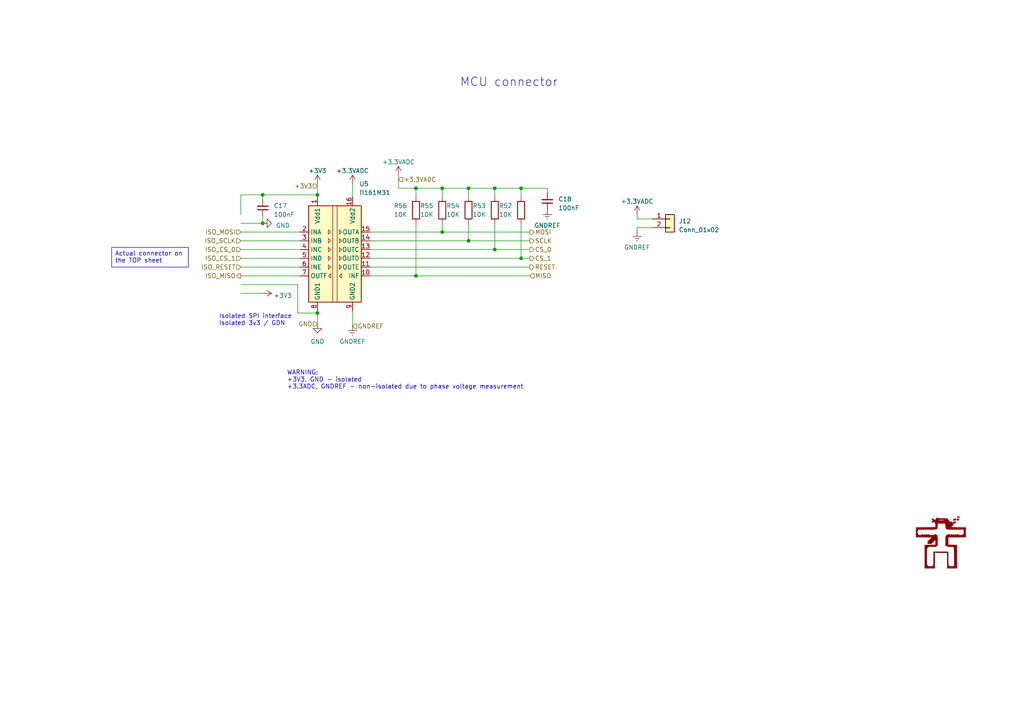
<source format=kicad_sch>
(kicad_sch (version 20230121) (generator eeschema)
  (paper "A4")
  (title_block (title "Metering Board - isolator") (rev "${REVISION}"))
  (lib_symbols
    (symbol "Connector_Generic:Conn_01x02" (pin_names (offset 1.016) hide)
      (property "Reference" "J" (at 0 2.54 0))
      (property "Value" "Conn_01x02" (at 0 -5.08 0))
      (symbol "Conn_01x02_1_1"
        (rectangle (start -1.27 -2.413) (end 0 -2.667) (stroke (width 0.1524)))
        (rectangle (start -1.27 0.127) (end 0 -0.127) (stroke (width 0.1524)))
        (rectangle (start -1.27 1.27) (end 1.27 -3.81) (stroke (width 0.254)) (fill (type background)))
        (pin passive line (at -5.08 0 0) (length 3.81) (name "Pin_1") (number "1"))
        (pin passive line (at -5.08 -2.54 0) (length 3.81) (name "Pin_2") (number "2"))
      )
    )
    (symbol "Device:C_Small" (pin_numbers hide) (pin_names (offset 0.254) hide)
      (property "Reference" "C" (at 0.254 1.778 0))
      (property "Value" "C_Small" (at 0.254 -2.032 0))
      (symbol "C_Small_0_1"
        (polyline (pts (xy -1.524 -0.508) (xy 1.524 -0.508)) (stroke (width 0.3302)))
        (polyline (pts (xy -1.524 0.508) (xy 1.524 0.508)) (stroke (width 0.3048)))
      )
      (symbol "C_Small_1_1"
        (pin passive line (at 0 2.54 270) (length 2.032) (name "~") (number "1"))
        (pin passive line (at 0 -2.54 90) (length 2.032) (name "~") (number "2"))
      )
    )
    (symbol "Device:R" (pin_numbers hide) (pin_names (offset 0))
      (property "Reference" "R" (at 2.032 0 90))
      (property "Value" "R" (at 0 0 90))
      (symbol "R_0_1"
        (rectangle (start -1.016 -2.54) (end 1.016 2.54) (stroke (width 0.254)))
      )
      (symbol "R_1_1"
        (pin passive line (at 0 3.81 270) (length 1.27) (name "~") (number "1"))
        (pin passive line (at 0 -3.81 90) (length 1.27) (name "~") (number "2"))
      )
    )
    (symbol "ProjectLib:darwiniajack" (pin_names (offset 1.016)) (in_bom no)
      (symbol "darwiniajack_0_0"
        (polyline (pts (xy 1.27 4.3603) (xy 1.2277 4.4026) (xy 1.1854 4.3603) (xy 1.2277 4.318) (xy 1.27 4.3603)) (stroke (width 0.01)) (fill (type outline)))
        (polyline (pts (xy 4.9797 6.5327) (xy 5.0635 6.6027) (xy 5.08 6.7733) (xy 5.0644 6.9413) (xy 4.9828 7.0132) (xy 4.7837 7.0273) (xy 4.5877 7.014) (xy 4.5039 6.944) (xy 4.4874 6.7733) (xy 4.5029 6.6053) (xy 4.5846 6.5335) (xy 4.7837 6.5193) (xy 4.9797 6.5327)) (stroke (width 0.01)) (fill (type outline)))
        (polyline (pts (xy 5.1318 7.3741) (xy 5.2887 7.4131) (xy 5.334 7.493) (xy 5.3069 7.5593) (xy 5.1769 7.6064) (xy 4.9107 7.62) (xy 4.6896 7.6119) (xy 4.5327 7.5728) (xy 4.4874 7.493) (xy 4.5144 7.4267) (xy 4.6445 7.3796) (xy 4.9107 7.366) (xy 5.1318 7.3741)) (stroke (width 0.01)) (fill (type outline)))
        (polyline (pts (xy 4.0191 6.5222) (xy 4.1672 6.548) (xy 4.2241 6.623) (xy 4.2334 6.7733) (xy 4.2178 6.9413) (xy 4.1361 7.0132) (xy 3.937 7.0273) (xy 3.91 7.0271) (xy 3.7049 6.9942) (xy 3.6407 6.9003) (xy 3.6259 6.8411) (xy 3.5137 6.7733) (xy 3.4545 6.7586) (xy 3.3867 6.6463) (xy 3.4138 6.58) (xy 3.5438 6.5329) (xy 3.81 6.5193) (xy 4.0191 6.5222)) (stroke (width 0.01)) (fill (type outline)))
        (polyline (pts (xy -1.9473 -5.0783) (xy -1.9473 -2.7906) (xy -0.1481 -2.8135) (xy 1.651 -2.8364) (xy 1.6736 -5.1012) (xy 1.6961 -7.366) (xy 3.0917 -7.366) (xy 4.4874 -7.366) (xy 4.4874 -3.9816) (xy 4.4874 -0.5972) (xy 3.2385 -0.5738) (xy 1.9897 -0.5504) (xy 1.9897 0.5503) (xy 1.9897 1.651) (xy 4.5085 1.6734) (xy 7.0274 1.6958) (xy 7.0274 3.0901) (xy 7.0274 4.4844) (xy 4.9389 4.507) (xy 4.6114 4.5109) (xy 4.0041 4.5212) (xy 3.5419 4.5347) (xy 3.2084 4.5524) (xy 2.9868 4.5753) (xy 2.8606 4.6045) (xy 2.8133 4.6411) (xy 2.8284 4.7197) (xy 2.9544 4.7991) (xy 3.0615 4.8507) (xy 3.1327 4.9629) (xy 3.1454 5.0149) (xy 3.2543 5.08) (xy 3.3482 5.1494) (xy 3.4025 5.3551) (xy 3.4267 5.5054) (xy 3.5102 5.6158) (xy 3.7042 5.6568) (xy 3.9014 5.7066) (xy 3.9794 5.805) (xy 3.994 5.8616) (xy 4.1064 5.9266) (xy 4.1656 5.9414) (xy 4.2334 6.0536) (xy 4.2063 6.12) (xy 4.0762 6.1671) (xy 3.81 6.1806) (xy 3.601 6.1778) (xy 3.4528 6.152) (xy 3.3959 6.077) (xy 3.3867 5.9266) (xy 3.3605 5.7484) (xy 3.2597 5.6726) (xy 3.1705 5.725) (xy 3.1327 5.9266) (xy 3.1279 6.0521) (xy 3.0849 6.141) (xy 2.96 6.1751) (xy 2.7094 6.1806) (xy 2.6114 6.1814) (xy 2.4029 6.1978) (xy 2.3083 6.2484) (xy 2.286 6.35) (xy 2.2582 6.4594) (xy 2.1167 6.5193) (xy 2.083 6.5208) (xy 1.9764 6.582) (xy 1.9474 6.7634) (xy 1.9466 6.805) (xy 1.9292 6.9119) (xy 1.8719 6.9904) (xy 1.7532 7.045) (xy 1.5515 7.0799) (xy 1.2453 7.0996) (xy 0.8129 7.1085) (xy 0.2329 7.1108) (xy -0.1509 7.1122) (xy -0.5542 7.1187) (xy -0.8278 7.1324) (xy -0.9947 7.1555) (xy -1.078 7.1903) (xy -1.1006 7.239) (xy -1.1079 7.2918) (xy -1.1855 7.3623) (xy -1.2972 7.3273) (xy -1.3792 7.1966) (xy -1.4301 7.0984) (xy -1.5584 7.0273) (xy -1.6589 6.97) (xy -1.6933 6.7733) (xy -1.712 6.6463) (xy -0.8466 6.6463) (xy -0.8426 6.6727) (xy -0.7883 6.723) (xy -0.6483 6.7537) (xy -0.3948 6.7691) (xy 0 6.7733) (xy 0.1762 6.7727) (xy 0.5113 6.7646) (xy 0.7162 6.7436) (xy 0.8187 6.7055) (xy 0.8467 6.6463) (xy 0.8427 6.6199) (xy 0.7883 6.5696) (xy 0.6483 6.5389) (xy 0.3948 6.5235) (xy 0 6.5193) (xy -0.1762 6.5199) (xy -0.5113 6.5281) (xy -0.7162 6.5491) (xy -0.8187 6.5871) (xy -0.8466 6.6463) (xy -1.712 6.6463) (xy -1.7195 6.595) (xy -1.8203 6.5193) (xy -1.8795 6.5341) (xy -1.9473 6.6463) (xy -1.963 6.7067) (xy -2.077 6.7733) (xy -2.1422 6.7877) (xy -2.2554 6.9003) (xy -2.2689 6.9258) (xy -2.3933 7.0058) (xy -2.5691 7.0282) (xy -2.7261 6.9931) (xy -2.794 6.9003) (xy -2.7792 6.8411) (xy -2.667 6.7733) (xy -2.6322 6.7658) (xy -2.5576 6.6615) (xy -2.5386 6.4882) (xy -2.575 6.315) (xy -2.667 6.2113) (xy -2.7411 6.172) (xy -2.799 6.0653) (xy -2.7254 5.9687) (xy -2.54 5.9266) (xy -2.3617 5.9528) (xy -2.286 6.0536) (xy -2.2546 6.1277) (xy -2.1166 6.1806) (xy -2.0821 6.1791) (xy -1.9762 6.1175) (xy -1.9473 5.9357) (xy -1.9161 5.759) (xy -1.8162 5.6405) (xy -1.795 5.6304) (xy -1.7313 5.5465) (xy -1.7053 5.3686) (xy -1.7104 5.0599) (xy -1.7356 4.5296) (xy -4.5508 4.5073) (xy -7.366 4.485) (xy -7.366 3.1155) (xy -7.0243 3.1155) (xy -6.9962 3.3034) (xy -6.9003 3.4173) (xy -6.8182 3.5) (xy -6.7733 3.6803) (xy -6.7733 3.8946) (xy -4.1037 3.8946) (xy -3.3971 3.8952) (xy -2.7952 3.8974) (xy -2.3284 3.9024) (xy -1.9792 3.911) (xy -1.7298 3.9243) (xy -1.5628 3.9432) (xy -1.4604 3.9686) (xy -1.4051 4.0015) (xy -1.3793 4.0428) (xy -1.3401 4.1246) (xy -1.2346 4.2509) (xy -1.2223 4.265) (xy -1.1772 4.4103) (xy -1.1385 4.6683) (xy -1.1135 4.9941) (xy -1.0825 5.6774) (xy 0.0303 5.6539) (xy 1.143 5.6303) (xy 1.1681 5.0588) (xy 1.1683 5.0529) (xy 1.1921 4.7678) (xy 1.23 4.5647) (xy 1.2739 4.4873) (xy 1.3303 4.4176) (xy 1.3547 4.2439) (xy 1.3563 4.1883) (xy 1.374 4.104) (xy 1.4253 4.0376) (xy 1.5271 3.987) (xy 1.6964 3.9499) (xy 1.9502 3.9244) (xy 2.3054 3.9082) (xy 2.779 3.8993) (xy 3.388 3.8954) (xy 4.1494 3.8947) (xy 6.4149 3.8947) (xy 6.466 3.7042) (xy 6.4858 3.5924) (xy 6.5088 3.3316) (xy 6.5182 3.0268) (xy 6.5181 2.9795) (xy 6.5058 2.7132) (xy 6.4659 2.5778) (xy 6.3897 2.54) (xy 6.3245 2.5256) (xy 6.2113 2.413) (xy 6.1855 2.3793) (xy 6.024 2.3142) (xy 5.766 2.2798) (xy 5.4615 2.2753) (xy 5.1608 2.3001) (xy 4.9142 2.3532) (xy 4.7719 2.4342) (xy 4.7186 2.4994) (xy 4.6393 2.5361) (xy 4.5415 2.4341) (xy 4.4022 2.3114) (xy 4.283 2.3011) (xy 4.2334 2.413) (xy 4.2186 2.4722) (xy 4.1064 2.54) (xy 4.0471 2.5252) (xy 3.9794 2.413) (xy 3.9479 2.3389) (xy 3.81 2.286) (xy 3.7113 2.3096) (xy 3.6407 2.413) (xy 3.6046 2.5164) (xy 3.5084 2.5254) (xy 3.4173 2.413) (xy 3.3629 2.3249) (xy 3.2347 2.3015) (xy 3.0785 2.4341) (xy 3.0252 2.4994) (xy 2.946 2.5361) (xy 2.8482 2.4341) (xy 2.7557 2.3388) (xy 2.6132 2.2951) (xy 2.5122 2.4057) (xy 2.4845 2.4484) (xy 2.3552 2.4928) (xy 2.101 2.4776) (xy 2.0037 2.4625) (xy 1.8012 2.4119) (xy 1.7075 2.358) (xy 1.6941 2.3361) (xy 1.5781 2.286) (xy 1.4762 2.2442) (xy 1.3312 2.1157) (xy 1.2815 2.0416) (xy 1.2403 1.9224) (xy 1.2126 1.7401) (xy 1.1958 1.4683) (xy 1.1875 1.0802) (xy 1.1854 0.5493) (xy 1.1854 -0.8467) (xy 1.4394 -0.8467) (xy 1.617 -0.8734) (xy 1.6934 -0.9662) (xy 1.6968 -0.9863) (xy 1.7586 -1.0365) (xy 1.9164 -1.0719) (xy 2.1947 -1.0966) (xy 2.6178 -1.1144) (xy 2.9297 -1.1279) (xy 3.2636 -1.1526) (xy 3.5038 -1.1824) (xy 3.6127 -1.2136) (xy 3.6279 -1.2916) (xy 3.6444 -1.5177) (xy 3.6596 -1.8656) (xy 3.6734 -2.3102) (xy 3.6853 -2.8261) (xy 3.6951 -3.3881) (xy 3.7024 -3.9709) (xy 3.707 -4.5493) (xy 3.7085 -5.098) (xy 3.7066 -5.5917) (xy 3.701 -6.0052) (xy 3.6915 -6.3132) (xy 3.6776 -6.4905) (xy 3.6771 -6.4939) (xy 3.6439 -6.6439) (xy 3.5748 -6.7262) (xy 3.4255 -6.7659) (xy 3.1515 -6.7881) (xy 2.9347 -6.7986) (xy 2.5276 -6.7923) (xy 2.283 -6.7413) (xy 2.2014 -6.6458) (xy 2.1868 -6.59) (xy 2.0744 -6.4887) (xy 2.0357 -6.4556) (xy 2.0035 -6.3704) (xy 1.9799 -6.2145) (xy 1.9638 -5.9683) (xy 1.9538 -5.6119) (xy 1.9488 -5.1258) (xy 1.9474 -4.49) (xy 1.9474 -2.54) (xy -0.1693 -2.54) (xy -2.286 -2.54) (xy -2.286 -4.5297) (xy -2.286 -4.6219) (xy -2.2876 -5.2402) (xy -2.2927 -5.7109) (xy -2.3025 -6.053) (xy -2.3182 -6.2858) (xy -2.341 -6.4283) (xy -2.3722 -6.4998) (xy -2.413 -6.5194) (xy -2.4722 -6.5341) (xy -2.54 -6.6464) (xy -2.5905 -6.7346) (xy -2.7871 -6.7734) (xy -2.9823 -6.7804) (xy -3.1469 -6.8003) (xy -3.2374 -6.815) (xy -3.4759 -6.8152) (xy -3.7173 -6.779) (xy -3.9042 -6.7175) (xy -3.9793 -6.6415) (xy -3.994 -6.5846) (xy -4.1063 -6.5194) (xy -4.1113 -6.5191) (xy -4.1469 -6.4959) (xy -4.1749 -6.4226) (xy -4.1963 -6.2824) (xy -4.2119 -6.0582) (xy -4.2226 -5.7328) (xy -4.2291 -5.2892) (xy -4.2324 -4.7104) (xy -4.2333 -3.9794) (xy -4.2328 -3.4467) (xy -4.2298 -2.8164) (xy -4.2235 -2.3278) (xy -4.2131 -1.9645) (xy -4.198 -1.7103) (xy -4.1773 -1.5489) (xy -4.1503 -1.464) (xy -4.1162 -1.4394) (xy -4.0398 -1.4076) (xy -3.9548 -1.27) (xy -3.9503 -1.2539) (xy -3.9187 -1.1925) (xy -3.8499 -1.1501) (xy -3.7176 -1.1232) (xy -3.4953 -1.1084) (xy -3.1566 -1.102) (xy -2.6749 -1.1007) (xy -2.419 -1.1002) (xy -2.0028 -1.095) (xy -1.7205 -1.0822) (xy -1.5484 -1.0593) (xy -1.4626 -1.024) (xy -1.4393 -0.9737) (xy -1.4067 -0.8984) (xy -1.2645 -0.8467) (xy -1.2622 -0.8467) (xy -1.1997 -0.8403) (xy -1.155 -0.8056) (xy -1.1259 -0.7192) (xy -1.1098 -0.5576) (xy -1.1045 -0.2971) (xy -1.1074 0.0856) (xy -1.1164 0.614) (xy -1.1245 1.0282) (xy -1.1364 1.4512) (xy -1.1527 1.7516) (xy -1.1768 1.9562) (xy -1.2123 2.0918) (xy -1.2627 2.1851) (xy -1.3313 2.2629) (xy -1.3383 2.2697) (xy -1.5394 2.4232) (xy -1.7369 2.5073) (xy -1.8875 2.5107) (xy -1.9473 2.4222) (xy -1.9694 2.3812) (xy -2.1173 2.321) (xy -2.3684 2.2838) (xy -2.6806 2.2694) (xy -3.0116 2.2776) (xy -3.3191 2.3079) (xy -3.561 2.3602) (xy -3.6948 2.4341) (xy -3.7481 2.4994) (xy -3.8274 2.5361) (xy -3.9252 2.4341) (xy -4.0645 2.3114) (xy -4.1837 2.3011) (xy -4.2333 2.413) (xy -4.2481 2.4722) (xy -4.3603 2.54) (xy -4.4195 2.5252) (xy -4.4873 2.413) (xy -4.5187 2.3389) (xy -4.6566 2.286) (xy -4.7554 2.3096) (xy -4.826 2.413) (xy -4.8359 2.4714) (xy -4.9133 2.54) (xy -4.9598 2.5252) (xy -5.0494 2.413) (xy -5.1038 2.3249) (xy -5.2319 2.3015) (xy -5.3881 2.4341) (xy -5.4414 2.4994) (xy -5.5207 2.5361) (xy -5.6185 2.4341) (xy -5.7286 2.3483) (xy -5.928 2.2999) (xy -6.2535 2.286) (xy -6.7733 2.286) (xy -6.7733 2.5426) (xy -6.8051 2.7312) (xy -6.9003 2.848) (xy -6.9844 2.9346) (xy -7.0243 3.1155) (xy -7.366 3.1155) (xy -7.366 3.0906) (xy -7.366 1.6961) (xy -5.1082 1.6735) (xy -4.7865 1.67) (xy -4.1343 1.6598) (xy -3.6308 1.6464) (xy -3.2616 1.6291) (xy -3.0122 1.6069) (xy -2.8682 1.5792) (xy -2.8151 1.5451) (xy -2.8272 1.4798) (xy -2.9563 1.4393) (xy -3.074 1.4103) (xy -3.1326 1.27) (xy -3.1562 1.1712) (xy -3.2596 1.1006) (xy -3.3189 1.0859) (xy -3.3866 0.9736) (xy -3.4014 0.9144) (xy -3.5136 0.8466) (xy -3.5729 0.8319) (xy -3.6406 0.7196) (xy -3.6721 0.6456) (xy -3.81 0.5926) (xy -3.8491 0.5908) (xy -3.9326 0.5499) (xy -3.9704 0.4232) (xy -3.9793 0.1693) (xy -3.9793 -0.254) (xy -3.3866 -0.254) (xy -3.2011 -0.2522) (xy -2.9542 -0.2355) (xy -2.8288 -0.196) (xy -2.794 -0.127) (xy -2.7792 -0.0678) (xy -2.667 0) (xy -2.6078 0.0147) (xy -2.54 0.127) (xy -2.5252 0.1862) (xy -2.413 0.254) (xy -2.3503 0.2717) (xy -2.286 0.3889) (xy -2.2543 0.4755) (xy -2.1166 0.5681) (xy -2.0183 0.6158) (xy -1.9473 0.7295) (xy -1.9314 0.7854) (xy -1.8169 0.8466) (xy -1.8107 0.8465) (xy -1.7487 0.8159) (xy -1.7146 0.7101) (xy -1.7036 0.4979) (xy -1.7111 0.1481) (xy -1.7356 -0.5504) (xy -3.2808 -0.5734) (xy -4.826 -0.5965) (xy -4.826 -3.9813) (xy -4.826 -7.366) (xy -3.3866 -7.366) (xy -1.9473 -7.366) (xy -1.9473 -5.0783)) (stroke (width 0.01)) (fill (type outline)))
      )
    )
    (symbol "ProjectLib:Π161M31"
      (property "Reference" "U" (at 8.255 14.605 0))
      (property "Value" "Π161M31" (at 8.255 12.065 0))
      (property "manuf#" "Π161M31" (at 0 0 0))
      (symbol "Π161M31_0_1"
        (rectangle (start -7.62 15.24) (end 7.62 -12.7) (stroke (width 0.254)) (fill (type background)))
        (polyline (pts (xy -0.635 15.24) (xy -0.635 -12.7)))
        (polyline (pts (xy 0.635 15.24) (xy 0.635 -12.7)))
        (polyline (pts (xy -1.905 8.255) (xy -1.27 7.62) (xy -1.905 6.985) (xy -1.905 8.255)))
        (polyline (pts (xy 1.27 8.255) (xy 1.905 7.62) (xy 1.27 6.985) (xy 1.27 8.255)))
      )
      (symbol "Π161M31_1_1"
        (polyline (pts (xy -1.905 -1.905) (xy -1.27 -2.54) (xy -1.905 -3.175) (xy -1.905 -1.905)))
        (polyline (pts (xy -1.905 0.635) (xy -1.27 0) (xy -1.905 -0.635) (xy -1.905 0.635)))
        (polyline (pts (xy -1.905 3.175) (xy -1.27 2.54) (xy -1.905 1.905) (xy -1.905 3.175)))
        (polyline (pts (xy -1.905 5.715) (xy -1.27 5.08) (xy -1.905 4.445) (xy -1.905 5.715)))
        (polyline (pts (xy -1.27 -4.445) (xy -1.905 -5.08) (xy -1.27 -5.715) (xy -1.27 -4.445)))
        (polyline (pts (xy 1.27 -1.905) (xy 1.905 -2.54) (xy 1.27 -3.175) (xy 1.27 -1.905)))
        (polyline (pts (xy 1.27 0.635) (xy 1.905 0) (xy 1.27 -0.635) (xy 1.27 0.635)))
        (polyline (pts (xy 1.27 3.175) (xy 1.905 2.54) (xy 1.27 1.905) (xy 1.27 3.175)))
        (polyline (pts (xy 1.27 5.715) (xy 1.905 5.08) (xy 1.27 4.445) (xy 1.27 5.715)))
        (polyline (pts (xy 1.905 -4.445) (xy 1.27 -5.08) (xy 1.905 -5.715) (xy 1.905 -4.445)))
        (pin power_in line (at -5.08 17.78 270) (length 2.54) (name "Vdd1") (number "1"))
        (pin input line (at 10.16 -5.08 180) (length 2.54) (name "INF") (number "10"))
        (pin output line (at 10.16 -2.54 180) (length 2.54) (name "OUTE") (number "11"))
        (pin output line (at 10.16 0 180) (length 2.54) (name "OUTD") (number "12"))
        (pin output line (at 10.16 2.54 180) (length 2.54) (name "OUTC") (number "13"))
        (pin output line (at 10.16 5.08 180) (length 2.54) (name "OUTB") (number "14"))
        (pin output line (at 10.16 7.62 180) (length 2.54) (name "OUTA") (number "15"))
        (pin power_in line (at 5.08 17.78 270) (length 2.54) (name "Vdd2") (number "16"))
        (pin input line (at -10.16 7.62 0) (length 2.54) (name "INA") (number "2"))
        (pin input line (at -10.16 5.08 0) (length 2.54) (name "INB") (number "3"))
        (pin input line (at -10.16 2.54 0) (length 2.54) (name "INC") (number "4"))
        (pin input line (at -10.16 0 0) (length 2.54) (name "IND") (number "5"))
        (pin input line (at -10.16 -2.54 0) (length 2.54) (name "INE") (number "6"))
        (pin output line (at -10.16 -5.08 0) (length 2.54) (name "OUTF") (number "7"))
        (pin power_in line (at -5.08 -15.24 90) (length 2.54) (name "GND1") (number "8"))
        (pin power_in line (at 5.08 -15.24 90) (length 2.54) (name "GND2") (number "9"))
      )
    )
    (symbol "power:+3.3VADC" (power) (pin_names (offset 0))
      (property "Value" "+3.3VADC" (at 0 2.54 0))
      (symbol "+3.3VADC_0_0"
        (pin power_in line (at 0 0 90) (length 0) hide (name "+3.3VADC") (number "1"))
      )
      (symbol "+3.3VADC_0_1"
        (polyline (pts (xy -0.762 1.27) (xy 0 2.54)))
        (polyline (pts (xy 0 0) (xy 0 2.54)))
        (polyline (pts (xy 0 2.54) (xy 0.762 1.27)))
      )
    )
    (symbol "power:+3V3" (power) (pin_names (offset 0))
      (property "Value" "+3V3" (at 0 3.556 0))
      (symbol "+3V3_0_1"
        (polyline (pts (xy -0.762 1.27) (xy 0 2.54)))
        (polyline (pts (xy 0 0) (xy 0 2.54)))
        (polyline (pts (xy 0 2.54) (xy 0.762 1.27)))
      )
      (symbol "+3V3_1_1"
        (pin power_in line (at 0 0 90) (length 0) hide (name "+3V3") (number "1"))
      )
    )
    (symbol "power:GND" (power) (pin_names (offset 0))
      (property "Value" "GND" (at 0 -3.81 0))
      (symbol "GND_0_1"
        (polyline (pts (xy 0 0) (xy 0 -1.27) (xy 1.27 -1.27) (xy 0 -2.54) (xy -1.27 -1.27) (xy 0 -1.27)))
      )
      (symbol "GND_1_1"
        (pin power_in line (at 0 0 270) (length 0) hide (name "GND") (number "1"))
      )
    )
    (symbol "power:GNDREF" (power) (pin_names (offset 0))
      (property "Value" "GNDREF" (at 0 -3.81 0))
      (symbol "GNDREF_0_1"
        (polyline (pts (xy -0.635 -1.905) (xy 0.635 -1.905)))
        (polyline (pts (xy -0.127 -2.54) (xy 0.127 -2.54)))
        (polyline (pts (xy 0 -1.27) (xy 0 0)))
        (polyline (pts (xy 1.27 -1.27) (xy -1.27 -1.27)))
      )
      (symbol "GNDREF_1_1"
        (pin power_in line (at 0 0 270) (length 0) hide (name "GNDREF") (number "1"))
      )
    )
  )
  (junction (at 120.65 80.01))
  (junction (at 76.2 56.515))
  (junction (at 92.075 90.805))
  (junction (at 128.27 67.31))
  (junction (at 143.51 72.39))
  (junction (at 135.89 69.85))
  (junction (at 76.2 64.77))
  (junction (at 151.13 54.61))
  (junction (at 135.89 54.61))
  (junction (at 92.075 56.515))
  (junction (at 120.65 54.61))
  (junction (at 143.51 54.61))
  (junction (at 151.13 74.93))
  (junction (at 128.27 54.61))
  (wire (pts (xy 107.315 80.01) (xy 120.65 80.01)))
  (wire (pts (xy 135.89 57.15) (xy 135.89 54.61)))
  (wire (pts (xy 107.315 67.31) (xy 128.27 67.31)))
  (wire (pts (xy 184.785 63.5) (xy 184.785 62.23)))
  (wire (pts (xy 184.785 66.04) (xy 184.785 67.31)))
  (wire (pts (xy 151.13 57.15) (xy 151.13 54.61)))
  (wire (pts (xy 107.315 72.39) (xy 143.51 72.39)))
  (wire (pts (xy 151.13 54.61) (xy 143.51 54.61)))
  (wire (pts (xy 135.89 64.77) (xy 135.89 69.85)))
  (wire (pts (xy 107.315 69.85) (xy 135.89 69.85)))
  (wire (pts (xy 128.27 57.15) (xy 128.27 54.61)))
  (wire (pts (xy 189.23 63.5) (xy 184.785 63.5)))
  (wire (pts (xy 69.85 72.39) (xy 86.995 72.39)))
  (wire (pts (xy 151.13 54.61) (xy 158.75 54.61)))
  (wire (pts (xy 120.65 80.01) (xy 153.67 80.01)))
  (wire (pts (xy 69.85 77.47) (xy 86.995 77.47)))
  (wire (pts (xy 76.2 57.785) (xy 76.2 56.515)))
  (wire (pts (xy 143.51 57.15) (xy 143.51 54.61)))
  (wire (pts (xy 92.075 90.805) (xy 92.075 93.98)))
  (wire (pts (xy 102.235 53.34) (xy 102.235 57.15)))
  (wire (pts (xy 76.2 62.865) (xy 76.2 64.77)))
  (wire (pts (xy 69.85 62.23) (xy 69.85 56.515)))
  (wire (pts (xy 128.27 64.77) (xy 128.27 67.31)))
  (wire (pts (xy 92.075 56.515) (xy 92.075 57.15)))
  (wire (pts (xy 153.67 72.39) (xy 143.51 72.39)))
  (wire (pts (xy 128.27 54.61) (xy 120.65 54.61)))
  (wire (pts (xy 69.85 56.515) (xy 76.2 56.515)))
  (wire (pts (xy 107.315 77.47) (xy 153.67 77.47)))
  (wire (pts (xy 86.36 90.805) (xy 92.075 90.805)))
  (wire (pts (xy 189.23 66.04) (xy 184.785 66.04)))
  (wire (pts (xy 69.85 67.31) (xy 86.995 67.31)))
  (wire (pts (xy 135.89 54.61) (xy 128.27 54.61)))
  (wire (pts (xy 76.2 56.515) (xy 92.075 56.515)))
  (wire (pts (xy 92.075 90.17) (xy 92.075 90.805)))
  (wire (pts (xy 120.65 54.61) (xy 120.65 57.15)))
  (wire (pts (xy 143.51 64.77) (xy 143.51 72.39)))
  (wire (pts (xy 153.67 67.31) (xy 128.27 67.31)))
  (wire (pts (xy 69.85 82.55) (xy 86.36 82.55)))
  (wire (pts (xy 143.51 54.61) (xy 135.89 54.61)))
  (wire (pts (xy 86.36 82.55) (xy 86.36 90.805)))
  (wire (pts (xy 69.85 74.93) (xy 86.995 74.93)))
  (wire (pts (xy 92.075 53.34) (xy 92.075 56.515)))
  (wire (pts (xy 69.85 64.77) (xy 76.2 64.77)))
  (wire (pts (xy 69.85 69.85) (xy 86.995 69.85)))
  (wire (pts (xy 107.315 74.93) (xy 151.13 74.93)))
  (wire (pts (xy 120.65 64.77) (xy 120.65 80.01)))
  (wire (pts (xy 102.235 90.17) (xy 102.235 94.615)))
  (wire (pts (xy 69.85 85.09) (xy 76.2 85.09)))
  (wire (pts (xy 153.67 74.93) (xy 151.13 74.93)))
  (wire (pts (xy 151.13 74.93) (xy 151.13 64.77)))
  (wire (pts (xy 69.85 80.01) (xy 86.995 80.01)))
  (wire (pts (xy 158.75 54.61) (xy 158.75 55.88)))
  (wire (pts (xy 153.67 69.85) (xy 135.89 69.85)))
  (wire (pts (xy 115.57 54.61) (xy 115.57 50.8)))
  (wire (pts (xy 115.57 54.61) (xy 120.65 54.61)))
  (text_box "Actual connector on the TOP sheet" (at 32.385 71.755 0) (size 22.225 5.715) (effects (font (size 1.27 1.27)) (justify left top)))
  (text "Isolated SPI interface\nIsolated 3v3 / GDN" (at 63.5 94.615 0) (effects (font (size 1.27 1.27)) (justify left bottom)))
  (text "WARNING: \n+3V3, GND - isolated\n+3.3ADC, GNDREF - non-isolated due to phase voltage measurement" (at 83.185 113.03 0) (effects (font (size 1.27 1.27)) (justify left bottom)))
  (text "MCU connector" (at 133.35 25.4 0) (effects (font (size 2.5 2.5)) (justify left bottom)))
  (hierarchical_label "GND" (shape input) (at 92.075 93.98 180))
  (hierarchical_label "RESET" (shape output) (at 153.67 77.47 0))
  (hierarchical_label "ISO_RESET" (shape input) (at 69.85 77.47 180))
  (hierarchical_label "GNDREF" (shape input) (at 102.235 94.615 0))
  (hierarchical_label "CS_1" (shape output) (at 153.67 74.93 0))
  (hierarchical_label "SCLK" (shape output) (at 153.67 69.85 0))
  (hierarchical_label "ISO_SCLK" (shape input) (at 69.85 69.85 180))
  (hierarchical_label "MOSI" (shape output) (at 153.67 67.31 0))
  (hierarchical_label "ISO_CS_0" (shape input) (at 69.85 72.39 180))
  (hierarchical_label "+3V3" (shape input) (at 92.075 53.975 180))
  (hierarchical_label "ISO_CS_1" (shape input) (at 69.85 74.93 180))
  (hierarchical_label "+3.3VADC" (shape input) (at 115.57 52.07 0))
  (hierarchical_label "MISO" (shape input) (at 153.67 80.01 0))
  (hierarchical_label "ISO_MISO" (shape output) (at 69.85 80.01 180))
  (hierarchical_label "CS_0" (shape output) (at 153.67 72.39 0))
  (hierarchical_label "ISO_MOSI" (shape input) (at 69.85 67.31 180))
  (symbol (lib_id "ProjectLib:Π161M31") (at 97.155 74.93 0) (unit 1)
    (property "Reference" "U5" (at 104.1909 53.34 0) (effects (justify left)))
    (property "Value" "Π161M31" (at 104.1909 55.88 0) (effects (justify left)))
    (property "Footprint" "Package_SO:SOIC-16_4.55x10.3mm_P1.27mm" (effects hide))
    (property "Datasheet" "https://www.tme.eu/Document/adeb9fdb0591ca86c726a8f870a6b0a3/PAI16xM3x_PAI16xM6x.pdf" (effects hide))
    (property "manf#" "PAI161M31" (effects hide))
  )
  (symbol (lib_id "Device:R") (at 143.51 60.96 0) (mirror y) (unit 1)
    (property "Reference" "R53" (at 140.97 59.6899 0) (effects (justify left)))
    (property "Value" "10K" (at 140.97 62.2299 0) (effects (justify left)))
    (property "Footprint" "Resistor_SMD:R_0603_1608Metric_Pad0.98x0.95mm_HandSolder" (effects hide))
    (property "manf#" "AC0603FR-0710KL" (effects hide))
  )
  (symbol (lib_id "Device:C_Small") (at 76.2 60.325 180) (unit 1)
    (property "Reference" "C17" (at 79.375 59.6836 0) (effects (justify right)))
    (property "Value" "100nF" (at 79.375 62.2236 0) (effects (justify right)))
    (property "Footprint" "Capacitor_SMD:C_0603_1608Metric_Pad1.08x0.95mm_HandSolder" (effects hide))
    (property "manf#" "06033C104KAT2A" (effects hide))
  )
  (symbol (lib_id "Device:R") (at 151.13 60.96 0) (mirror y) (unit 1)
    (property "Reference" "R52" (at 148.59 59.6899 0) (effects (justify left)))
    (property "Value" "10K" (at 148.59 62.2299 0) (effects (justify left)))
    (property "Footprint" "Resistor_SMD:R_0603_1608Metric_Pad0.98x0.95mm_HandSolder" (effects hide))
    (property "manf#" "AC0603FR-0710KL" (effects hide))
  )
  (symbol (lib_id "power:GNDREF") (at 184.785 67.31 0) (unit 1)
    (property "Reference" "#PWR065" (effects hide))
    (property "Value" "GNDREF" (at 184.785 71.755 0))
  )
  (symbol (lib_id "power:GND") (at 92.075 93.98 0) (unit 1)
    (property "Reference" "#PWR056" (effects hide))
    (property "Value" "GND" (at 92.075 99.06 0))
  )
  (symbol (lib_id "power:+3.3VADC") (at 115.57 50.8 0) (unit 1)
    (property "Reference" "#PWR059" (effects hide))
    (property "Value" "+3.3VADC" (at 115.57 46.99 0))
  )
  (symbol (lib_id "Connector_Generic:Conn_01x02") (at 194.31 63.5 0) (unit 1)
    (property "Reference" "J12" (at 196.85 64.135 0) (effects (justify left)))
    (property "Value" "Conn_01x02" (at 196.85 66.675 0) (effects (justify left)))
    (property "Footprint" "Connector_PinHeader_2.54mm:PinHeader_1x02_P2.54mm_Vertical" (effects hide))
  )
  (symbol (lib_id "Device:R") (at 135.89 60.96 0) (mirror y) (unit 1)
    (property "Reference" "R54" (at 133.35 59.6899 0) (effects (justify left)))
    (property "Value" "10K" (at 133.35 62.2299 0) (effects (justify left)))
    (property "Footprint" "Resistor_SMD:R_0603_1608Metric_Pad0.98x0.95mm_HandSolder" (effects hide))
    (property "manf#" "AC0603FR-0710KL" (effects hide))
  )
  (symbol (lib_id "power:GND") (at 76.2 64.77 90) (unit 1)
    (property "Reference" "#PWR060" (effects hide))
    (property "Value" "GND" (at 80.01 65.405 90) (effects (justify right)))
  )
  (symbol (lib_id "power:GNDREF") (at 158.75 60.96 0) (unit 1)
    (property "Reference" "#PWR062" (effects hide))
    (property "Value" "GNDREF" (at 158.75 65.405 0))
  )
  (symbol (lib_id "power:+3V3") (at 92.075 53.34 0) (unit 1)
    (property "Reference" "#PWR055" (effects hide))
    (property "Value" "+3V3" (at 92.075 49.53 0))
  )
  (symbol (lib_id "power:GNDREF") (at 102.235 94.615 0) (unit 1)
    (property "Reference" "#PWR057" (effects hide))
    (property "Value" "GNDREF" (at 102.235 99.06 0))
  )
  (symbol (lib_id "ProjectLib:darwiniajack") (at 273.05 157.48 0) (unit 1) (in_bom no)
    (property "Reference" "#G1" (effects hide))
    (property "Value" "darwiniajack" (effects hide))
    (property "Footprint" "Project:darwiniajack" (effects hide))
    (property "Sim.Enable" "0" (effects hide))
    (instances (project "din_energy_meter" (path "" (reference "#G1") (unit 1)) (path "" (reference "#G2") (unit 1))))
  )
  (symbol (lib_id "power:+3.3VADC") (at 102.235 53.34 0) (unit 1)
    (property "Reference" "#PWR058" (effects hide))
    (property "Value" "+3.3VADC" (at 102.235 49.53 0))
  )
  (symbol (lib_id "power:+3V3") (at 76.2 85.09 270) (unit 1)
    (property "Reference" "#PWR061" (effects hide))
    (property "Value" "+3V3" (at 79.375 85.725 90) (effects (justify left)))
  )
  (symbol (lib_id "Device:R") (at 120.65 60.96 0) (mirror y) (unit 1)
    (property "Reference" "R56" (at 118.11 59.6899 0) (effects (justify left)))
    (property "Value" "10K" (at 118.11 62.2299 0) (effects (justify left)))
    (property "Footprint" "Resistor_SMD:R_0603_1608Metric_Pad0.98x0.95mm_HandSolder" (effects hide))
    (property "manf#" "AC0603FR-0710KL" (effects hide))
  )
  (symbol (lib_id "Device:C_Small") (at 158.75 58.42 180) (unit 1)
    (property "Reference" "C18" (at 161.925 57.7786 0) (effects (justify right)))
    (property "Value" "100nF" (at 161.925 60.3186 0) (effects (justify right)))
    (property "Footprint" "Capacitor_SMD:C_0603_1608Metric_Pad1.08x0.95mm_HandSolder" (effects hide))
    (property "manf#" "06033C104KAT2A" (effects hide))
  )
  (symbol (lib_id "power:+3.3VADC") (at 184.785 62.23 0) (unit 1)
    (property "Reference" "#PWR049" (effects hide))
    (property "Value" "+3.3VADC" (at 184.785 58.42 0))
  )
  (symbol (lib_id "Device:R") (at 128.27 60.96 0) (mirror y) (unit 1)
    (property "Reference" "R55" (at 125.73 59.6899 0) (effects (justify left)))
    (property "Value" "10K" (at 125.73 62.2299 0) (effects (justify left)))
    (property "Footprint" "Resistor_SMD:R_0603_1608Metric_Pad0.98x0.95mm_HandSolder" (effects hide))
    (property "manf#" "AC0603FR-0710KL" (effects hide))
  )
)
</source>
